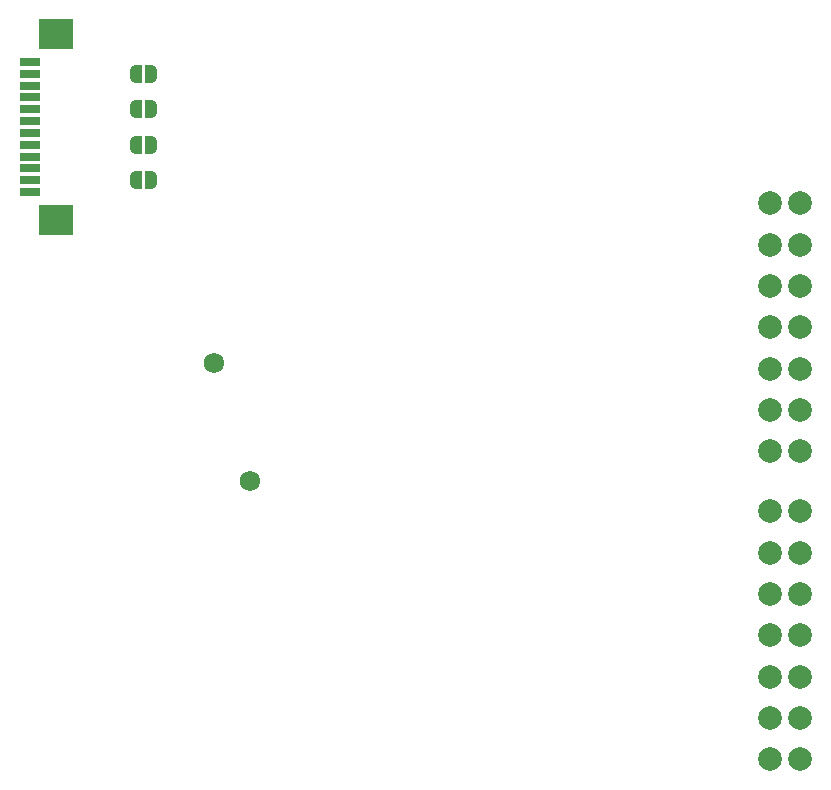
<source format=gbr>
%TF.GenerationSoftware,KiCad,Pcbnew,9.0.0*%
%TF.CreationDate,2025-02-28T13:48:11+03:00*%
%TF.ProjectId,PM_CNV-AI4_W,504d5f43-4e56-42d4-9149-345f572e6b69,rev?*%
%TF.SameCoordinates,Original*%
%TF.FileFunction,Soldermask,Bot*%
%TF.FilePolarity,Negative*%
%FSLAX46Y46*%
G04 Gerber Fmt 4.6, Leading zero omitted, Abs format (unit mm)*
G04 Created by KiCad (PCBNEW 9.0.0) date 2025-02-28 13:48:11*
%MOMM*%
%LPD*%
G01*
G04 APERTURE LIST*
G04 Aperture macros list*
%AMFreePoly0*
4,1,23,0.500000,-0.750000,0.000000,-0.750000,0.000000,-0.745722,-0.065263,-0.745722,-0.191342,-0.711940,-0.304381,-0.646677,-0.396677,-0.554381,-0.461940,-0.441342,-0.495722,-0.315263,-0.495722,-0.250000,-0.500000,-0.250000,-0.500000,0.250000,-0.495722,0.250000,-0.495722,0.315263,-0.461940,0.441342,-0.396677,0.554381,-0.304381,0.646677,-0.191342,0.711940,-0.065263,0.745722,0.000000,0.745722,
0.000000,0.750000,0.500000,0.750000,0.500000,-0.750000,0.500000,-0.750000,$1*%
%AMFreePoly1*
4,1,23,0.000000,0.745722,0.065263,0.745722,0.191342,0.711940,0.304381,0.646677,0.396677,0.554381,0.461940,0.441342,0.495722,0.315263,0.495722,0.250000,0.500000,0.250000,0.500000,-0.250000,0.495722,-0.250000,0.495722,-0.315263,0.461940,-0.441342,0.396677,-0.554381,0.304381,-0.646677,0.191342,-0.711940,0.065263,-0.745722,0.000000,-0.745722,0.000000,-0.750000,-0.500000,-0.750000,
-0.500000,0.750000,0.000000,0.750000,0.000000,0.745722,0.000000,0.745722,$1*%
G04 Aperture macros list end*
%ADD10C,2.000000*%
%ADD11C,1.725000*%
%ADD12FreePoly0,0.000000*%
%ADD13FreePoly1,0.000000*%
%ADD14R,1.803400X0.635000*%
%ADD15R,2.997200X2.590800*%
G04 APERTURE END LIST*
D10*
%TO.C,J4*%
X29090000Y2540000D03*
X29090000Y6040000D03*
X29090000Y9540000D03*
X29090000Y13040000D03*
X29090000Y16540000D03*
X29090000Y20040000D03*
X29090000Y23540000D03*
X31590000Y2540000D03*
X31590000Y6040000D03*
X31590000Y9540000D03*
X31590000Y13040000D03*
X31590000Y16540000D03*
X31590000Y20040000D03*
X31590000Y23540000D03*
%TD*%
D11*
%TO.C,U1*%
X-15000000Y0D03*
%TD*%
%TO.C,U2*%
X-18000000Y10000000D03*
%TD*%
D10*
%TO.C,J5*%
X29090000Y-23540000D03*
X29090000Y-20040000D03*
X29090000Y-16540000D03*
X29090000Y-13040000D03*
X29090000Y-9540000D03*
X29090000Y-6040000D03*
X29090000Y-2540000D03*
X31590000Y-23540000D03*
X31590000Y-20040000D03*
X31590000Y-16540000D03*
X31590000Y-13040000D03*
X31590000Y-9540000D03*
X31590000Y-6040000D03*
X31590000Y-2540000D03*
%TD*%
D12*
%TO.C,JP4*%
X-24650000Y25500000D03*
D13*
X-23350000Y25500000D03*
%TD*%
D14*
%TO.C,J7*%
X-33556000Y35499992D03*
X-33556000Y34499994D03*
X-33556000Y33499996D03*
X-33556000Y32499998D03*
X-33556000Y31500000D03*
X-33556000Y30500000D03*
X-33556000Y29500000D03*
X-33556000Y28500000D03*
X-33556000Y27500002D03*
X-33556000Y26500004D03*
X-33556000Y25500006D03*
X-33556000Y24500008D03*
D15*
X-31385999Y37850003D03*
X-31385999Y22149997D03*
%TD*%
D12*
%TO.C,JP1*%
X-24650000Y34500000D03*
D13*
X-23350000Y34500000D03*
%TD*%
D12*
%TO.C,JP2*%
X-24650000Y31500000D03*
D13*
X-23350000Y31500000D03*
%TD*%
D12*
%TO.C,JP3*%
X-24650000Y28500000D03*
D13*
X-23350000Y28500000D03*
%TD*%
M02*

</source>
